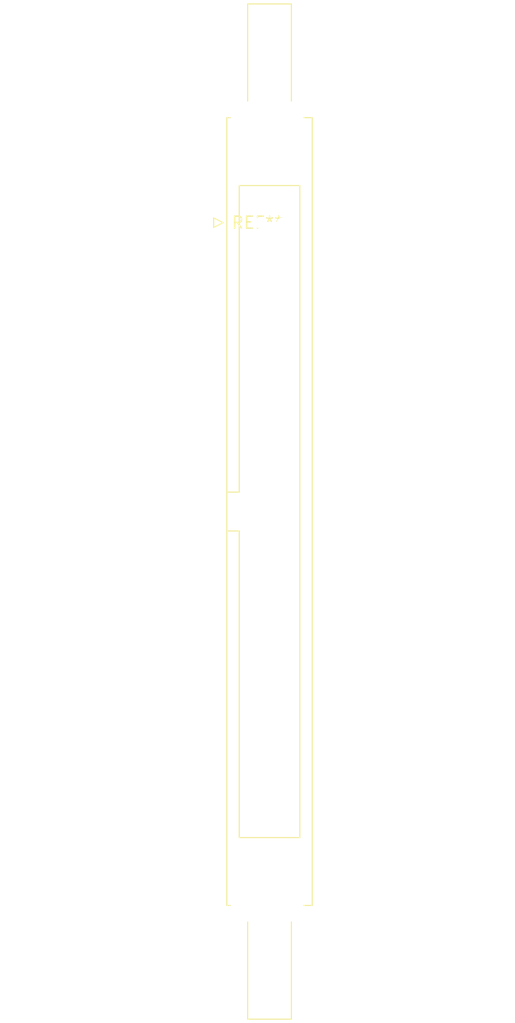
<source format=kicad_pcb>
(kicad_pcb (version 20240108) (generator pcbnew)
  (layers (0 "F.Cu" signal) (31 "B.Cu" signal) (34 "B.Paste" user) (35 "F.Paste" user) (36 "B.SilkS" user "B.Silkscreen") (37 "F.SilkS" user "F.Silkscreen") (38 "B.Mask" user) (39 "F.Mask" user) (44 "Edge.Cuts" user))
  (net 0 "")
  (footprint "IDC-Header_2x25-1MP_P2.54mm_Latch12.0mm_Vertical" (layer "F.Cu") (at 0 0)
    (property "Reference" "REF**")
    (property "Value" "IDC-Header_2x25-1MP_P2.54mm_Latch12.0mm_Vertical")
    (fp_line (start -4.63 -0.5) (end -4.63 0.5) (layer "F.SilkS") (stroke (width 0.12)))
    (fp_line (start -4.63 0.5) (end -3.63 0) (layer "F.SilkS") (stroke (width 0.12)))
    (fp_line (start -3.63 0) (end -4.63 -0.5) (layer "F.SilkS") (stroke (width 0.12)))
    (fp_line (start -3.24 -11.08) (end -3.24 72.04) (layer "F.SilkS") (stroke (width 0.12)))
    (fp_line (start -3.24 28.43) (end -1.93 28.43) (layer "F.SilkS") (stroke (width 0.12)))
    (fp_line (start -3.24 72.04) (end -2.87 72.04) (layer "F.SilkS") (stroke (width 0.12)))
    (fp_line (start -2.87 -11.08) (end -3.24 -11.08) (layer "F.SilkS") (stroke (width 0.12)))
    (fp_line (start -1.93 -3.92) (end 4.47 -3.92) (layer "F.SilkS") (stroke (width 0.12)))
    (fp_line (start -1.93 28.43) (end -1.93 -3.92) (layer "F.SilkS") (stroke (width 0.12)))
    (fp_line (start -1.93 32.53) (end -3.24 32.53) (layer "F.SilkS") (stroke (width 0.12)))
    (fp_line (start -1.93 32.53) (end -1.93 32.53) (layer "F.SilkS") (stroke (width 0.12)))
    (fp_line (start -1.93 64.88) (end -1.93 32.53) (layer "F.SilkS") (stroke (width 0.12)))
    (fp_line (start -1.04 -23.08) (end 3.58 -23.08) (layer "F.SilkS") (stroke (width 0.12)))
    (fp_line (start -1.04 -12.83) (end -1.04 -23.08) (layer "F.SilkS") (stroke (width 0.12)))
    (fp_line (start -1.04 73.79) (end -1.04 84.04) (layer "F.SilkS") (stroke (width 0.12)))
    (fp_line (start -1.04 84.04) (end 3.58 84.04) (layer "F.SilkS") (stroke (width 0.12)))
    (fp_line (start 3.58 -23.08) (end 3.58 -12.83) (layer "F.SilkS") (stroke (width 0.12)))
    (fp_line (start 3.58 84.04) (end 3.58 73.79) (layer "F.SilkS") (stroke (width 0.12)))
    (fp_line (start 4.47 -3.92) (end 4.47 64.88) (layer "F.SilkS") (stroke (width 0.12)))
    (fp_line (start 4.47 64.88) (end -1.93 64.88) (layer "F.SilkS") (stroke (width 0.12)))
    (fp_line (start 4.91 -11.08) (end 5.78 -11.08) (layer "F.SilkS") (stroke (width 0.12)))
    (fp_line (start 5.78 -11.08) (end 5.78 72.04) (layer "F.SilkS") (stroke (width 0.12)))
    (fp_line (start 5.78 72.04) (end 4.91 72.04) (layer "F.SilkS") (stroke (width 0.12)))
    (pad "1" thru_hole roundrect (at 0 0) (size 1.7 1.7) (drill 1) (layers *.Cu *.Mask) (remove_unused_layers) (roundrect_rratio 0.147059))
    (pad "2" thru_hole circle (at 2.54 0) (size 1.7 1.7) (drill 1) (layers *.Cu *.Mask) (remove_unused_layers))
    (pad "3" thru_hole circle (at 0 2.54) (size 1.7 1.7) (drill 1) (layers *.Cu *.Mask) (remove_unused_layers))
    (pad "4" thru_hole circle (at 2.54 2.54) (size 1.7 1.7) (drill 1) (layers *.Cu *.Mask) (remove_unused_layers))
    (pad "5" thru_hole circle (at 0 5.08) (size 1.7 1.7) (drill 1) (layers *.Cu *.Mask) (remove_unused_layers))
    (pad "6" thru_hole circle (at 2.54 5.08) (size 1.7 1.7) (drill 1) (layers *.Cu *.Mask) (remove_unused_layers))
    (pad "7" thru_hole circle (at 0 7.62) (size 1.7 1.7) (drill 1) (layers *.Cu *.Mask) (remove_unused_layers))
    (pad "8" thru_hole circle (at 2.54 7.62) (size 1.7 1.7) (drill 1) (layers *.Cu *.Mask) (remove_unused_layers))
    (pad "9" thru_hole circle (at 0 10.16) (size 1.7 1.7) (drill 1) (layers *.Cu *.Mask) (remove_unused_layers))
    (pad "10" thru_hole circle (at 2.54 10.16) (size 1.7 1.7) (drill 1) (layers *.Cu *.Mask) (remove_unused_layers))
    (pad "11" thru_hole circle (at 0 12.7) (size 1.7 1.7) (drill 1) (layers *.Cu *.Mask) (remove_unused_layers))
    (pad "12" thru_hole circle (at 2.54 12.7) (size 1.7 1.7) (drill 1) (layers *.Cu *.Mask) (remove_unused_layers))
    (pad "13" thru_hole circle (at 0 15.24) (size 1.7 1.7) (drill 1) (layers *.Cu *.Mask) (remove_unused_layers))
    (pad "14" thru_hole circle (at 2.54 15.24) (size 1.7 1.7) (drill 1) (layers *.Cu *.Mask) (remove_unused_layers))
    (pad "15" thru_hole circle (at 0 17.78) (size 1.7 1.7) (drill 1) (layers *.Cu *.Mask) (remove_unused_layers))
    (pad "16" thru_hole circle (at 2.54 17.78) (size 1.7 1.7) (drill 1) (layers *.Cu *.Mask) (remove_unused_layers))
    (pad "17" thru_hole circle (at 0 20.32) (size 1.7 1.7) (drill 1) (layers *.Cu *.Mask) (remove_unused_layers))
    (pad "18" thru_hole circle (at 2.54 20.32) (size 1.7 1.7) (drill 1) (layers *.Cu *.Mask) (remove_unused_layers))
    (pad "19" thru_hole circle (at 0 22.86) (size 1.7 1.7) (drill 1) (layers *.Cu *.Mask) (remove_unused_layers))
    (pad "20" thru_hole circle (at 2.54 22.86) (size 1.7 1.7) (drill 1) (layers *.Cu *.Mask) (remove_unused_layers))
    (pad "21" thru_hole circle (at 0 25.4) (size 1.7 1.7) (drill 1) (layers *.Cu *.Mask) (remove_unused_layers))
    (pad "22" thru_hole circle (at 2.54 25.4) (size 1.7 1.7) (drill 1) (layers *.Cu *.Mask) (remove_unused_layers))
    (pad "23" thru_hole circle (at 0 27.94) (size 1.7 1.7) (drill 1) (layers *.Cu *.Mask) (remove_unused_layers))
    (pad "24" thru_hole circle (at 2.54 27.94) (size 1.7 1.7) (drill 1) (layers *.Cu *.Mask) (remove_unused_layers))
    (pad "25" thru_hole circle (at 0 30.48) (size 1.7 1.7) (drill 1) (layers *.Cu *.Mask) (remove_unused_layers))
    (pad "26" thru_hole circle (at 2.54 30.48) (size 1.7 1.7) (drill 1) (layers *.Cu *.Mask) (remove_unused_layers))
    (pad "27" thru_hole circle (at 0 33.02) (size 1.7 1.7) (drill 1) (layers *.Cu *.Mask) (remove_unused_layers))
    (pad "28" thru_hole circle (at 2.54 33.02) (size 1.7 1.7) (drill 1) (layers *.Cu *.Mask) (remove_unused_layers))
    (pad "29" thru_hole circle (at 0 35.56) (size 1.7 1.7) (drill 1) (layers *.Cu *.Mask) (remove_unused_layers))
    (pad "30" thru_hole circle (at 2.54 35.56) (size 1.7 1.7) (drill 1) (layers *.Cu *.Mask) (remove_unused_layers))
    (pad "31" thru_hole circle (at 0 38.1) (size 1.7 1.7) (drill 1) (layers *.Cu *.Mask) (remove_unused_layers))
    (pad "32" thru_hole circle (at 2.54 38.1) (size 1.7 1.7) (drill 1) (layers *.Cu *.Mask) (remove_unused_layers))
    (pad "33" thru_hole circle (at 0 40.64) (size 1.7 1.7) (drill 1) (layers *.Cu *.Mask) (remove_unused_layers))
    (pad "34" thru_hole circle (at 2.54 40.64) (size 1.7 1.7) (drill 1) (layers *.Cu *.Mask) (remove_unused_layers))
    (pad "35" thru_hole circle (at 0 43.18) (size 1.7 1.7) (drill 1) (layers *.Cu *.Mask) (remove_unused_layers))
    (pad "36" thru_hole circle (at 2.54 43.18) (size 1.7 1.7) (drill 1) (layers *.Cu *.Mask) (remove_unused_layers))
    (pad "37" thru_hole circle (at 0 45.72) (size 1.7 1.7) (drill 1) (layers *.Cu *.Mask) (remove_unused_layers))
    (pad "38" thru_hole circle (at 2.54 45.72) (size 1.7 1.7) (drill 1) (layers *.Cu *.Mask) (remove_unused_layers))
    (pad "39" thru_hole circle (at 0 48.26) (size 1.7 1.7) (drill 1) (layers *.Cu *.Mask) (remove_unused_layers))
    (pad "40" thru_hole circle (at 2.54 48.26) (size 1.7 1.7) (drill 1) (layers *.Cu *.Mask) (remove_unused_layers))
    (pad "41" thru_hole circle (at 0 50.8) (size 1.7 1.7) (drill 1) (layers *.Cu *.Mask) (remove_unused_layers))
    (pad "42" thru_hole circle (at 2.54 50.8) (size 1.7 1.7) (drill 1) (layers *.Cu *.Mask) (remove_unused_layers))
    (pad "43" thru_hole circle (at 0 53.34) (size 1.7 1.7) (drill 1) (layers *.Cu *.Mask) (remove_unused_layers))
    (pad "44" thru_hole circle (at 2.54 53.34) (size 1.7 1.7) (drill 1) (layers *.Cu *.Mask) (remove_unused_layers))
    (pad "45" thru_hole circle (at 0 55.88) (size 1.7 1.7) (drill 1) (layers *.Cu *.Mask) (remove_unused_layers))
    (pad "46" thru_hole circle (at 2.54 55.88) (size 1.7 1.7) (drill 1) (layers *.Cu *.Mask) (remove_unused_layers))
    (pad "47" thru_hole circle (at 0 58.42) (size 1.7 1.7) (drill 1) (layers *.Cu *.Mask) (remove_unused_layers))
    (pad "48" thru_hole circle (at 2.54 58.42) (size 1.7 1.7) (drill 1) (layers *.Cu *.Mask) (remove_unused_layers))
    (pad "49" thru_hole circle (at 0 60.96) (size 1.7 1.7) (drill 1) (layers *.Cu *.Mask) (remove_unused_layers))
    (pad "50" thru_hole circle (at 2.54 60.96) (size 1.7 1.7) (drill 1) (layers *.Cu *.Mask) (remove_unused_layers))
    (pad "MP" thru_hole circle (at 1.02 -8.94) (size 8 8) (drill 2.69) (layers *.Cu *.Mask) (remove_unused_layers))
    (pad "MP" thru_hole circle (at 1.02 69.9) (size 8 8) (drill 2.69) (layers *.Cu *.Mask) (remove_unused_layers))
  )
)
</source>
